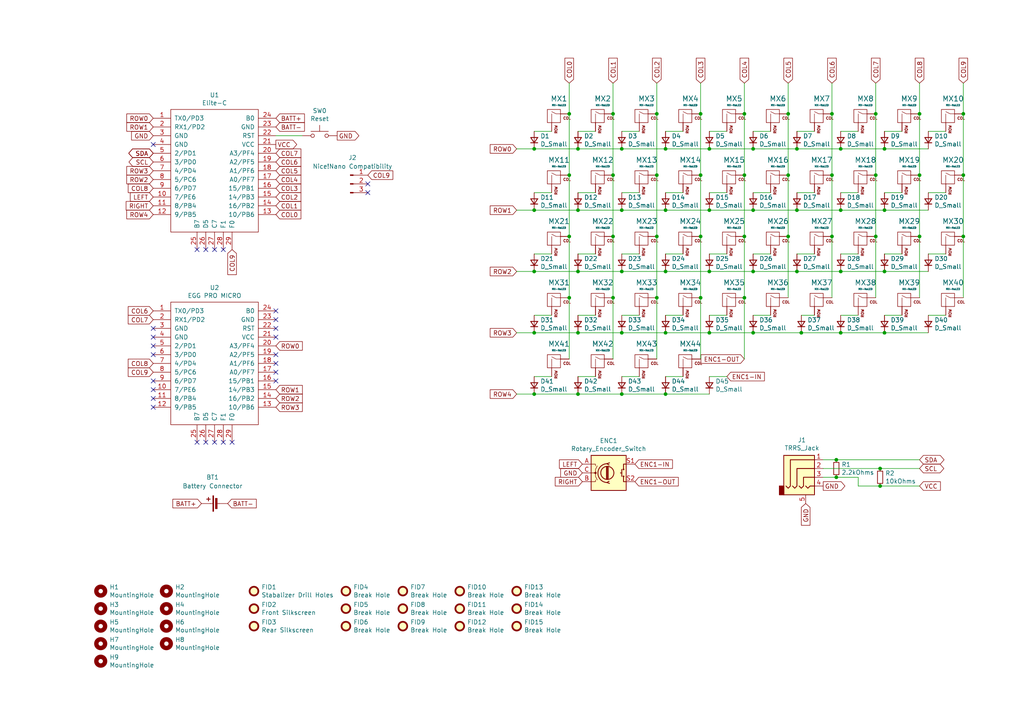
<source format=kicad_sch>
(kicad_sch (version 20230121) (generator eeschema)
  (paper "A4")
  (title_block (title "Wren Keyboard PCB (Half)") (date "2024-10-23") (rev "2.0"))
  (junction (at 215.9 68.58))
  (junction (at 256.54 43.18))
  (junction (at 193.04 60.96))
  (junction (at 256.54 60.96))
  (junction (at 205.74 78.74))
  (junction (at 205.74 60.96))
  (junction (at 167.64 96.52))
  (junction (at 279.4 33.02))
  (junction (at 167.64 114.3))
  (junction (at 193.04 78.74))
  (junction (at 243.84 60.96))
  (junction (at 154.94 43.18))
  (junction (at 232.41 96.52))
  (junction (at 254 33.02))
  (junction (at 203.2 68.58))
  (junction (at 266.7 50.8))
  (junction (at 228.6 33.02))
  (junction (at 190.5 33.02))
  (junction (at 254 50.8))
  (junction (at 203.2 50.8))
  (junction (at 180.34 78.74))
  (junction (at 218.44 43.18))
  (junction (at 154.94 114.3))
  (junction (at 165.1 86.36))
  (junction (at 279.4 68.58))
  (junction (at 154.94 60.96))
  (junction (at 266.7 33.02))
  (junction (at 190.5 50.8))
  (junction (at 203.2 86.36))
  (junction (at 205.74 96.52))
  (junction (at 205.74 43.18))
  (junction (at 218.44 96.52))
  (junction (at 231.14 78.74))
  (junction (at 228.6 68.58))
  (junction (at 255.27 140.97))
  (junction (at 154.94 78.74))
  (junction (at 190.5 86.36))
  (junction (at 218.44 60.96))
  (junction (at 193.04 114.3))
  (junction (at 167.64 78.74))
  (junction (at 242.57 138.43))
  (junction (at 165.1 33.02))
  (junction (at 241.3 33.02))
  (junction (at 254 68.58))
  (junction (at 231.14 43.18))
  (junction (at 203.2 33.02))
  (junction (at 266.7 68.58))
  (junction (at 177.8 33.02))
  (junction (at 167.64 60.96))
  (junction (at 256.54 96.52))
  (junction (at 193.04 43.18))
  (junction (at 154.94 96.52))
  (junction (at 243.84 43.18))
  (junction (at 241.3 50.8))
  (junction (at 256.54 78.74))
  (junction (at 193.04 96.52))
  (junction (at 279.4 50.8))
  (junction (at 177.8 68.58))
  (junction (at 215.9 86.36))
  (junction (at 180.34 43.18))
  (junction (at 177.8 50.8))
  (junction (at 180.34 114.3))
  (junction (at 241.3 68.58))
  (junction (at 215.9 33.02))
  (junction (at 177.8 86.36))
  (junction (at 231.14 60.96))
  (junction (at 180.34 96.52))
  (junction (at 228.6 50.8))
  (junction (at 215.9 50.8))
  (junction (at 165.1 50.8))
  (junction (at 167.64 43.18))
  (junction (at 190.5 68.58))
  (junction (at 218.44 78.74))
  (junction (at 180.34 60.96))
  (junction (at 242.57 133.35))
  (junction (at 255.27 135.89))
  (junction (at 243.84 78.74))
  (junction (at 165.1 68.58))
  (junction (at 243.84 96.52))
  (no_connect (at 59.69 72.39))
  (no_connect (at 62.23 128.27))
  (no_connect (at 80.01 110.49))
  (no_connect (at 57.15 72.39))
  (no_connect (at 59.69 128.27))
  (no_connect (at 64.77 72.39))
  (no_connect (at 80.01 92.71))
  (no_connect (at 106.68 55.88))
  (no_connect (at 80.01 90.17))
  (no_connect (at 44.45 113.03))
  (no_connect (at 80.01 107.95))
  (no_connect (at 106.68 53.34))
  (no_connect (at 44.45 110.49))
  (no_connect (at 44.45 118.11))
  (no_connect (at 80.01 105.41))
  (no_connect (at 80.01 102.87))
  (no_connect (at 44.45 115.57))
  (no_connect (at 80.01 95.25))
  (no_connect (at 80.01 97.79))
  (no_connect (at 64.77 128.27))
  (no_connect (at 67.31 128.27))
  (no_connect (at 44.45 102.87))
  (no_connect (at 44.45 100.33))
  (no_connect (at 44.45 95.25))
  (no_connect (at 44.45 97.79))
  (no_connect (at 44.45 41.91))
  (no_connect (at 57.15 128.27))
  (no_connect (at 62.23 72.39))
  (wire (pts (xy 177.8 68.58) (xy 177.8 86.36)))
  (wire (pts (xy 193.04 114.3) (xy 205.74 114.3)))
  (wire (pts (xy 167.64 73.66) (xy 172.72 73.66)))
  (wire (pts (xy 243.84 60.96) (xy 256.54 60.96)))
  (wire (pts (xy 177.8 50.8) (xy 177.8 68.58)))
  (wire (pts (xy 190.5 86.36) (xy 190.5 104.14)))
  (wire (pts (xy 256.54 96.52) (xy 269.24 96.52)))
  (wire (pts (xy 231.14 73.66) (xy 236.22 73.66)))
  (wire (pts (xy 215.9 86.36) (xy 215.9 68.58)))
  (wire (pts (xy 255.27 140.97) (xy 266.7 140.97)))
  (wire (pts (xy 215.9 68.58) (xy 215.9 50.8)))
  (wire (pts (xy 193.04 43.18) (xy 205.74 43.18)))
  (wire (pts (xy 180.34 73.66) (xy 185.42 73.66)))
  (wire (pts (xy 180.34 96.52) (xy 193.04 96.52)))
  (wire (pts (xy 167.64 55.88) (xy 172.72 55.88)))
  (wire (pts (xy 218.44 55.88) (xy 223.52 55.88)))
  (wire (pts (xy 215.9 86.36) (xy 215.9 104.14)))
  (wire (pts (xy 269.24 73.66) (xy 274.32 73.66)))
  (wire (pts (xy 177.8 86.36) (xy 177.8 104.14)))
  (wire (pts (xy 279.4 33.02) (xy 279.4 50.8)))
  (wire (pts (xy 205.74 73.66) (xy 210.82 73.66)))
  (wire (pts (xy 149.86 78.74) (xy 154.94 78.74)))
  (wire (pts (xy 180.34 43.18) (xy 193.04 43.18)))
  (wire (pts (xy 167.64 96.52) (xy 180.34 96.52)))
  (wire (pts (xy 203.2 104.14) (xy 203.2 86.36)))
  (wire (pts (xy 165.1 50.8) (xy 165.1 68.58)))
  (wire (pts (xy 228.6 24.13) (xy 228.6 33.02)))
  (wire (pts (xy 205.74 96.52) (xy 218.44 96.52)))
  (wire (pts (xy 205.74 38.1) (xy 210.82 38.1)))
  (wire (pts (xy 256.54 91.44) (xy 261.62 91.44)))
  (wire (pts (xy 248.92 138.43) (xy 248.92 140.97)))
  (wire (pts (xy 254 33.02) (xy 254 50.8)))
  (wire (pts (xy 248.92 140.97) (xy 255.27 140.97)))
  (wire (pts (xy 180.34 109.22) (xy 185.42 109.22)))
  (wire (pts (xy 243.84 96.52) (xy 256.54 96.52)))
  (wire (pts (xy 218.44 91.44) (xy 223.52 91.44)))
  (wire (pts (xy 215.9 50.8) (xy 215.9 33.02)))
  (wire (pts (xy 205.74 91.44) (xy 210.82 91.44)))
  (wire (pts (xy 180.34 38.1) (xy 185.42 38.1)))
  (wire (pts (xy 228.6 68.58) (xy 228.6 86.36)))
  (wire (pts (xy 256.54 73.66) (xy 261.62 73.66)))
  (wire (pts (xy 193.04 96.52) (xy 205.74 96.52)))
  (wire (pts (xy 231.14 43.18) (xy 243.84 43.18)))
  (wire (pts (xy 242.57 138.43) (xy 248.92 138.43)))
  (wire (pts (xy 149.86 96.52) (xy 154.94 96.52)))
  (wire (pts (xy 154.94 96.52) (xy 167.64 96.52)))
  (wire (pts (xy 193.04 109.22) (xy 198.12 109.22)))
  (wire (pts (xy 205.74 55.88) (xy 210.82 55.88)))
  (wire (pts (xy 154.94 73.66) (xy 160.02 73.66)))
  (wire (pts (xy 256.54 38.1) (xy 261.62 38.1)))
  (wire (pts (xy 254 24.13) (xy 254 33.02)))
  (wire (pts (xy 243.84 91.44) (xy 248.92 91.44)))
  (wire (pts (xy 243.84 55.88) (xy 248.92 55.88)))
  (wire (pts (xy 256.54 78.74) (xy 269.24 78.74)))
  (wire (pts (xy 177.8 24.13) (xy 177.8 33.02)))
  (wire (pts (xy 203.2 68.58) (xy 203.2 86.36)))
  (wire (pts (xy 149.86 43.18) (xy 154.94 43.18)))
  (wire (pts (xy 243.84 78.74) (xy 256.54 78.74)))
  (wire (pts (xy 167.64 43.18) (xy 180.34 43.18)))
  (wire (pts (xy 205.74 43.18) (xy 218.44 43.18)))
  (wire (pts (xy 193.04 78.74) (xy 205.74 78.74)))
  (wire (pts (xy 180.34 91.44) (xy 185.42 91.44)))
  (wire (pts (xy 167.64 78.74) (xy 180.34 78.74)))
  (wire (pts (xy 241.3 50.8) (xy 241.3 33.02)))
  (wire (pts (xy 266.7 68.58) (xy 266.7 86.36)))
  (wire (pts (xy 218.44 96.52) (xy 232.41 96.52)))
  (wire (pts (xy 243.84 73.66) (xy 248.92 73.66)))
  (wire (pts (xy 154.94 114.3) (xy 167.64 114.3)))
  (wire (pts (xy 242.57 133.35) (xy 266.7 133.35)))
  (wire (pts (xy 243.84 38.1) (xy 248.92 38.1)))
  (wire (pts (xy 254 50.8) (xy 254 68.58)))
  (wire (pts (xy 180.34 78.74) (xy 193.04 78.74)))
  (wire (pts (xy 190.5 68.58) (xy 190.5 50.8)))
  (wire (pts (xy 269.24 55.88) (xy 274.32 55.88)))
  (wire (pts (xy 228.6 33.02) (xy 228.6 50.8)))
  (wire (pts (xy 266.7 33.02) (xy 266.7 50.8)))
  (wire (pts (xy 190.5 86.36) (xy 190.5 68.58)))
  (wire (pts (xy 205.74 60.96) (xy 218.44 60.96)))
  (wire (pts (xy 269.24 91.44) (xy 274.32 91.44)))
  (wire (pts (xy 241.3 33.02) (xy 241.3 24.13)))
  (wire (pts (xy 241.3 68.58) (xy 241.3 50.8)))
  (wire (pts (xy 193.04 60.96) (xy 205.74 60.96)))
  (wire (pts (xy 154.94 91.44) (xy 160.02 91.44)))
  (wire (pts (xy 154.94 78.74) (xy 167.64 78.74)))
  (wire (pts (xy 203.2 24.13) (xy 203.2 33.02)))
  (wire (pts (xy 218.44 78.74) (xy 231.14 78.74)))
  (wire (pts (xy 218.44 38.1) (xy 223.52 38.1)))
  (wire (pts (xy 238.76 133.35) (xy 242.57 133.35)))
  (wire (pts (xy 279.4 68.58) (xy 279.4 86.36)))
  (wire (pts (xy 243.84 43.18) (xy 256.54 43.18)))
  (wire (pts (xy 149.86 114.3) (xy 154.94 114.3)))
  (wire (pts (xy 203.2 33.02) (xy 203.2 50.8)))
  (wire (pts (xy 266.7 24.13) (xy 266.7 33.02)))
  (wire (pts (xy 80.01 39.37) (xy 87.63 39.37)))
  (wire (pts (xy 154.94 109.22) (xy 160.02 109.22)))
  (wire (pts (xy 218.44 73.66) (xy 223.52 73.66)))
  (wire (pts (xy 154.94 43.18) (xy 167.64 43.18)))
  (wire (pts (xy 193.04 38.1) (xy 198.12 38.1)))
  (wire (pts (xy 231.14 55.88) (xy 236.22 55.88)))
  (wire (pts (xy 167.64 91.44) (xy 172.72 91.44)))
  (wire (pts (xy 238.76 138.43) (xy 242.57 138.43)))
  (wire (pts (xy 190.5 50.8) (xy 190.5 33.02)))
  (wire (pts (xy 232.41 96.52) (xy 243.84 96.52)))
  (wire (pts (xy 256.54 43.18) (xy 269.24 43.18)))
  (wire (pts (xy 203.2 50.8) (xy 203.2 68.58)))
  (wire (pts (xy 154.94 38.1) (xy 160.02 38.1)))
  (wire (pts (xy 149.86 60.96) (xy 154.94 60.96)))
  (wire (pts (xy 254 68.58) (xy 254 86.36)))
  (wire (pts (xy 238.76 135.89) (xy 255.27 135.89)))
  (wire (pts (xy 165.1 86.36) (xy 165.1 104.14)))
  (wire (pts (xy 193.04 55.88) (xy 198.12 55.88)))
  (wire (pts (xy 167.64 109.22) (xy 172.72 109.22)))
  (wire (pts (xy 180.34 114.3) (xy 193.04 114.3)))
  (wire (pts (xy 279.4 50.8) (xy 279.4 68.58)))
  (wire (pts (xy 193.04 73.66) (xy 198.12 73.66)))
  (wire (pts (xy 167.64 60.96) (xy 180.34 60.96)))
  (wire (pts (xy 180.34 60.96) (xy 193.04 60.96)))
  (wire (pts (xy 180.34 55.88) (xy 185.42 55.88)))
  (wire (pts (xy 255.27 135.89) (xy 266.7 135.89)))
  (wire (pts (xy 256.54 55.88) (xy 261.62 55.88)))
  (wire (pts (xy 232.41 91.44) (xy 236.22 91.44)))
  (wire (pts (xy 231.14 38.1) (xy 236.22 38.1)))
  (wire (pts (xy 165.1 24.13) (xy 165.1 33.02)))
  (wire (pts (xy 167.64 114.3) (xy 180.34 114.3)))
  (wire (pts (xy 279.4 24.13) (xy 279.4 33.02)))
  (wire (pts (xy 193.04 91.44) (xy 198.12 91.44)))
  (wire (pts (xy 215.9 33.02) (xy 215.9 24.13)))
  (wire (pts (xy 154.94 60.96) (xy 167.64 60.96)))
  (wire (pts (xy 231.14 60.96) (xy 243.84 60.96)))
  (wire (pts (xy 269.24 38.1) (xy 274.32 38.1)))
  (wire (pts (xy 177.8 33.02) (xy 177.8 50.8)))
  (wire (pts (xy 167.64 38.1) (xy 172.72 38.1)))
  (wire (pts (xy 190.5 33.02) (xy 190.5 24.13)))
  (wire (pts (xy 228.6 50.8) (xy 228.6 68.58)))
  (wire (pts (xy 218.44 60.96) (xy 231.14 60.96)))
  (wire (pts (xy 231.14 78.74) (xy 243.84 78.74)))
  (wire (pts (xy 165.1 33.02) (xy 165.1 50.8)))
  (wire (pts (xy 205.74 78.74) (xy 218.44 78.74)))
  (wire (pts (xy 205.74 109.22) (xy 210.82 109.22)))
  (wire (pts (xy 165.1 68.58) (xy 165.1 86.36)))
  (wire (pts (xy 218.44 43.18) (xy 231.14 43.18)))
  (wire (pts (xy 256.54 60.96) (xy 269.24 60.96)))
  (wire (pts (xy 266.7 50.8) (xy 266.7 68.58)))
  (wire (pts (xy 241.3 86.36) (xy 241.3 68.58)))
  (wire (pts (xy 154.94 55.88) (xy 160.02 55.88)))
  (global_label "COL4" (shape input) (at 80.01 52.07 0) (property "Intersheetrefs" "${INTERSHEET_REFS}" (effects hide)))
  (global_label "COL7" (shape input) (at 80.01 44.45 0) (property "Intersheetrefs" "${INTERSHEET_REFS}" (effects hide)))
  (global_label "RIGHT" (shape input) (at 168.91 139.7 180) (property "Intersheetrefs" "${INTERSHEET_REFS}" (effects hide)))
  (global_label "COL9" (shape input) (at 106.68 50.8 0) (property "Intersheetrefs" "${INTERSHEET_REFS}" (effects hide)))
  (global_label "COL0" (shape input) (at 80.01 62.23 0) (property "Intersheetrefs" "${INTERSHEET_REFS}" (effects hide)))
  (global_label "ROW4" (shape input) (at 149.86 114.3 180) (property "Intersheetrefs" "${INTERSHEET_REFS}" (effects hide)))
  (global_label "ROW1" (shape input) (at 80.01 113.03 0) (property "Intersheetrefs" "${INTERSHEET_REFS}" (effects hide)))
  (global_label "COL2" (shape input) (at 190.5 24.13 90) (property "Intersheetrefs" "${INTERSHEET_REFS}" (effects hide)))
  (global_label "RIGHT" (shape input) (at 44.45 59.69 180) (property "Intersheetrefs" "${INTERSHEET_REFS}" (effects hide)))
  (global_label "ROW2" (shape input) (at 44.45 52.07 180) (property "Intersheetrefs" "${INTERSHEET_REFS}" (effects hide)))
  (global_label "COL8" (shape input) (at 266.7 24.13 90) (property "Intersheetrefs" "${INTERSHEET_REFS}" (effects hide)))
  (global_label "ENC1-IN" (shape input) (at 210.82 109.22 0) (property "Intersheetrefs" "${INTERSHEET_REFS}" (effects hide)))
  (global_label "SDA" (shape bidirectional) (at 266.7 133.35 0) (property "Intersheetrefs" "${INTERSHEET_REFS}" (effects hide)))
  (global_label "COL1" (shape input) (at 177.8 24.13 90) (property "Intersheetrefs" "${INTERSHEET_REFS}" (effects hide)))
  (global_label "ENC1-OUT" (shape input) (at 184.15 139.7 0) (property "Intersheetrefs" "${INTERSHEET_REFS}" (effects hide)))
  (global_label "ROW1" (shape input) (at 149.86 60.96 180) (property "Intersheetrefs" "${INTERSHEET_REFS}" (effects hide)))
  (global_label "VCC" (shape input) (at 266.7 140.97 0) (property "Intersheetrefs" "${INTERSHEET_REFS}" (effects hide)))
  (global_label "COL4" (shape input) (at 215.9 24.13 90) (property "Intersheetrefs" "${INTERSHEET_REFS}" (effects hide)))
  (global_label "BATT-" (shape input) (at 80.01 36.83 0) (property "Intersheetrefs" "${INTERSHEET_REFS}" (effects hide)))
  (global_label "COL5" (shape input) (at 80.01 49.53 0) (property "Intersheetrefs" "${INTERSHEET_REFS}" (effects hide)))
  (global_label "GND" (shape output) (at 97.79 39.37 0) (property "Intersheetrefs" "${INTERSHEET_REFS}" (effects hide)))
  (global_label "COL1" (shape input) (at 80.01 59.69 0) (property "Intersheetrefs" "${INTERSHEET_REFS}" (effects hide)))
  (global_label "COL2" (shape input) (at 80.01 57.15 0) (property "Intersheetrefs" "${INTERSHEET_REFS}" (effects hide)))
  (global_label "ENC1-OUT" (shape input) (at 215.9 104.14 180) (property "Intersheetrefs" "${INTERSHEET_REFS}" (effects hide)))
  (global_label "SCL" (shape bidirectional) (at 266.7 135.89 0) (property "Intersheetrefs" "${INTERSHEET_REFS}" (effects hide)))
  (global_label "SDA" (shape bidirectional) (at 44.45 44.45 180) (property "Intersheetrefs" "${INTERSHEET_REFS}" (effects hide)))
  (global_label "ROW1" (shape input) (at 44.45 36.83 180) (property "Intersheetrefs" "${INTERSHEET_REFS}" (effects hide)))
  (global_label "GND" (shape input) (at 168.91 137.16 180) (property "Intersheetrefs" "${INTERSHEET_REFS}" (effects hide)))
  (global_label "ENC1-IN" (shape input) (at 184.15 134.62 0) (property "Intersheetrefs" "${INTERSHEET_REFS}" (effects hide)))
  (global_label "ROW2" (shape input) (at 149.86 78.74 180) (property "Intersheetrefs" "${INTERSHEET_REFS}" (effects hide)))
  (global_label "COL3" (shape input) (at 80.01 54.61 0) (property "Intersheetrefs" "${INTERSHEET_REFS}" (effects hide)))
  (global_label "ROW3" (shape input) (at 80.01 118.11 0) (property "Intersheetrefs" "${INTERSHEET_REFS}" (effects hide)))
  (global_label "SDA" (shape bidirectional) (at 44.45 44.45 180) (property "Intersheetrefs" "${INTERSHEET_REFS}" (effects hide)))
  (global_label "SCL" (shape bidirectional) (at 44.45 46.99 180) (property "Intersheetrefs" "${INTERSHEET_REFS}" (effects hide)))
  (global_label "ROW2" (shape input) (at 80.01 115.57 0) (property "Intersheetrefs" "${INTERSHEET_REFS}" (effects hide)))
  (global_label "COL6" (shape input) (at 80.01 46.99 0) (property "Intersheetrefs" "${INTERSHEET_REFS}" (effects hide)))
  (global_label "COL7" (shape input) (at 44.45 92.71 180) (property "Intersheetrefs" "${INTERSHEET_REFS}" (effects hide)))
  (global_label "BATT+" (shape input) (at 80.01 34.29 0) (property "Intersheetrefs" "${INTERSHEET_REFS}" (effects hide)))
  (global_label "COL5" (shape input) (at 228.6 24.13 90) (property "Intersheetrefs" "${INTERSHEET_REFS}" (effects hide)))
  (global_label "COL7" (shape input) (at 254 24.13 90) (property "Intersheetrefs" "${INTERSHEET_REFS}" (effects hide)))
  (global_label "COL3" (shape input) (at 203.2 24.13 90) (property "Intersheetrefs" "${INTERSHEET_REFS}" (effects hide)))
  (global_label "ROW0" (shape input) (at 80.01 100.33 0) (property "Intersheetrefs" "${INTERSHEET_REFS}" (effects hide)))
  (global_label "COL9" (shape input) (at 67.31 72.39 270) (property "Intersheetrefs" "${INTERSHEET_REFS}" (effects hide)))
  (global_label "ROW3" (shape input) (at 149.86 96.52 180) (property "Intersheetrefs" "${INTERSHEET_REFS}" (effects hide)))
  (global_label "COL6" (shape input) (at 44.45 90.17 180) (property "Intersheetrefs" "${INTERSHEET_REFS}" (effects hide)))
  (global_label "BATT+" (shape input) (at 58.42 146.05 180) (property "Intersheetrefs" "${INTERSHEET_REFS}" (effects hide)))
  (global_label "GND" (shape input) (at 44.45 39.37 180) (property "Intersheetrefs" "${INTERSHEET_REFS}" (effects hide)))
  (global_label "ROW0" (shape input) (at 44.45 34.29 180) (property "Intersheetrefs" "${INTERSHEET_REFS}" (effects hide)))
  (global_label "ROW4" (shape input) (at 44.45 62.23 180) (property "Intersheetrefs" "${INTERSHEET_REFS}" (effects hide)))
  (global_label "COL9" (shape input) (at 44.45 107.95 180) (property "Intersheetrefs" "${INTERSHEET_REFS}" (effects hide)))
  (global_label "LEFT" (shape input) (at 168.91 134.62 180) (property "Intersheetrefs" "${INTERSHEET_REFS}" (effects hide)))
  (global_label "COL0" (shape input) (at 165.1 24.13 90) (property "Intersheetrefs" "${INTERSHEET_REFS}" (effects hide)))
  (global_label "COL8" (shape input) (at 44.45 105.41 180) (property "Intersheetrefs" "${INTERSHEET_REFS}" (effects hide)))
  (global_label "GND" (shape output) (at 238.76 140.97 0) (property "Intersheetrefs" "${INTERSHEET_REFS}" (effects hide)))
  (global_label "COL8" (shape input) (at 44.45 54.61 180) (property "Intersheetrefs" "${INTERSHEET_REFS}" (effects hide)))
  (global_label "COL9" (shape input) (at 279.4 24.13 90) (property "Intersheetrefs" "${INTERSHEET_REFS}" (effects hide)))
  (global_label "ROW3" (shape input) (at 44.45 49.53 180) (property "Intersheetrefs" "${INTERSHEET_REFS}" (effects hide)))
  (global_label "GND" (shape input) (at 233.68 146.05 270) (property "Intersheetrefs" "${INTERSHEET_REFS}" (effects hide)))
  (global_label "VCC" (shape output) (at 80.01 41.91 0) (property "Intersheetrefs" "${INTERSHEET_REFS}" (effects hide)))
  (global_label "BATT-" (shape input) (at 66.04 146.05 0) (property "Intersheetrefs" "${INTERSHEET_REFS}" (effects hide)))
  (global_label "COL6" (shape input) (at 241.3 24.13 90) (property "Intersheetrefs" "${INTERSHEET_REFS}" (effects hide)))
  (global_label "LEFT" (shape input) (at 44.45 57.15 180) (property "Intersheetrefs" "${INTERSHEET_REFS}" (effects hide)))
  (global_label "ROW0" (shape input) (at 149.86 43.18 180) (property "Intersheetrefs" "${INTERSHEET_REFS}" (effects hide)))
  (symbol (lib_id "wren-universal-cache:wren-numpad-rescue_Elite-C-keebio-wren-left-rescue") (at 62.23 48.26 0) (unit 1)
    (property "Reference" "U1" (at 62.23 27.559 0))
    (property "Value" "Elite-C" (at 62.23 29.8704 0))
    (property "Footprint" "footprints:Elite-C" (effects hide))
  )
  (symbol (lib_id "MX_Alps_Hybrid:MX-NoLED") (at 161.29 87.63 0) (unit 1)
    (property "Reference" "MX31" (at 162.1282 81.9658 0) (effects (font (size 1.524 1.524))))
    (property "Value" "MX-NoLED" (at 162.1282 83.8454 0) (effects (font (size 0.508 0.508))))
    (property "Footprint" "footprints:SW_MX_reversible" (effects hide))
  )
  (symbol (lib_id "MX_Alps_Hybrid:MX-NoLED") (at 173.99 87.63 0) (unit 1)
    (property "Reference" "MX32" (at 174.8282 81.9658 0) (effects (font (size 1.524 1.524))))
    (property "Value" "MX-NoLED" (at 174.8282 83.8454 0) (effects (font (size 0.508 0.508))))
    (property "Footprint" "footprints:SW_MX_reversible" (effects hide))
  )
  (symbol (lib_id "MX_Alps_Hybrid:MX-NoLED") (at 186.69 87.63 0) (unit 1)
    (property "Reference" "MX33" (at 187.5282 81.9658 0) (effects (font (size 1.524 1.524))))
    (property "Value" "MX-NoLED" (at 187.5282 83.8454 0) (effects (font (size 0.508 0.508))))
    (property "Footprint" "footprints:SW_MX_reversible" (effects hide))
  )
  (symbol (lib_id "MX_Alps_Hybrid:MX-NoLED") (at 199.39 87.63 0) (unit 1)
    (property "Reference" "MX34" (at 200.2282 81.9658 0) (effects (font (size 1.524 1.524))))
    (property "Value" "MX-NoLED" (at 200.2282 83.8454 0) (effects (font (size 0.508 0.508))))
    (property "Footprint" "footprints:SW_MX_reversible" (effects hide))
  )
  (symbol (lib_id "MX_Alps_Hybrid:MX-NoLED") (at 212.09 87.63 0) (unit 1)
    (property "Reference" "MX35" (at 212.9282 81.9658 0) (effects (font (size 1.524 1.524))))
    (property "Value" "MX-NoLED" (at 212.9282 83.8454 0) (effects (font (size 0.508 0.508))))
    (property "Footprint" "footprints:SW_MX_reversible" (effects hide))
  )
  (symbol (lib_id "MX_Alps_Hybrid:MX-NoLED") (at 224.79 87.63 0) (unit 1)
    (property "Reference" "MX36" (at 225.6282 81.9658 0) (effects (font (size 1.524 1.524))))
    (property "Value" "MX-NoLED" (at 225.6282 83.8454 0) (effects (font (size 0.508 0.508))))
    (property "Footprint" "footprints:SW_MX_reversible" (effects hide))
  )
  (symbol (lib_id "MX_Alps_Hybrid:MX-NoLED") (at 237.49 87.63 0) (unit 1)
    (property "Reference" "MX37" (at 238.3282 81.9658 0) (effects (font (size 1.524 1.524))))
    (property "Value" "MX-NoLED" (at 238.3282 83.8454 0) (effects (font (size 0.508 0.508))))
    (property "Footprint" "footprints:SW_MX_reversible" (effects hide))
  )
  (symbol (lib_id "MX_Alps_Hybrid:MX-NoLED") (at 250.19 87.63 0) (unit 1)
    (property "Reference" "MX38" (at 251.0282 81.9658 0) (effects (font (size 1.524 1.524))))
    (property "Value" "MX-NoLED" (at 251.0282 83.8454 0) (effects (font (size 0.508 0.508))))
    (property "Footprint" "footprints:SW_MX_reversible" (effects hide))
  )
  (symbol (lib_id "MX_Alps_Hybrid:MX-NoLED") (at 262.89 87.63 0) (unit 1)
    (property "Reference" "MX39" (at 263.7282 81.9658 0) (effects (font (size 1.524 1.524))))
    (property "Value" "MX-NoLED" (at 263.7282 83.8454 0) (effects (font (size 0.508 0.508))))
    (property "Footprint" "footprints:SW_MX_reversible" (effects hide))
  )
  (symbol (lib_id "MX_Alps_Hybrid:MX-NoLED") (at 275.59 87.63 0) (unit 1)
    (property "Reference" "MX40" (at 276.4282 81.9658 0) (effects (font (size 1.524 1.524))))
    (property "Value" "MX-NoLED" (at 276.4282 83.8454 0) (effects (font (size 0.508 0.508))))
    (property "Footprint" "footprints:SW_MX_reversible" (effects hide))
  )
  (symbol (lib_id "wren-universal-cache:Connector_AudioJack4_Ground") (at 233.68 135.89 0) (unit 1)
    (property "Reference" "J1" (at 232.5878 127.635 0))
    (property "Value" "TRRS_Jack" (at 232.5878 129.9464 0))
    (property "Footprint" "footprints:TRRS_JACK_MJ4PP9" (effects hide))
  )
  (symbol (lib_id "Device:D_Small") (at 154.94 93.98 90) (unit 1)
    (property "Reference" "D31" (at 156.718 92.8116 90) (effects (justify right)))
    (property "Value" "D_Small" (at 156.718 95.123 90) (effects (justify right)))
    (property "Footprint" "footprints:D_SOD123_axial" (effects hide))
  )
  (symbol (lib_id "Device:D_Small") (at 167.64 93.98 90) (unit 1)
    (property "Reference" "D32" (at 169.418 92.8116 90) (effects (justify right)))
    (property "Value" "D_Small" (at 169.418 95.123 90) (effects (justify right)))
    (property "Footprint" "footprints:D_SOD123_axial" (effects hide))
  )
  (symbol (lib_id "Device:D_Small") (at 180.34 93.98 90) (unit 1)
    (property "Reference" "D33" (at 182.118 92.8116 90) (effects (justify right)))
    (property "Value" "D_Small" (at 182.118 95.123 90) (effects (justify right)))
    (property "Footprint" "footprints:D_SOD123_axial" (effects hide))
  )
  (symbol (lib_id "Device:D_Small") (at 193.04 93.98 90) (unit 1)
    (property "Reference" "D34" (at 194.818 92.8116 90) (effects (justify right)))
    (property "Value" "D_Small" (at 194.818 95.123 90) (effects (justify right)))
    (property "Footprint" "footprints:D_SOD123_axial" (effects hide))
  )
  (symbol (lib_id "Device:D_Small") (at 205.74 93.98 90) (unit 1)
    (property "Reference" "D35" (at 207.518 92.8116 90) (effects (justify right)))
    (property "Value" "D_Small" (at 207.518 95.123 90) (effects (justify right)))
    (property "Footprint" "footprints:D_SOD123_axial" (effects hide))
  )
  (symbol (lib_id "Device:D_Small") (at 218.44 93.98 90) (unit 1)
    (property "Reference" "D36" (at 220.218 92.8116 90) (effects (justify right)))
    (property "Value" "D_Small" (at 220.218 95.123 90) (effects (justify right)))
    (property "Footprint" "footprints:D_SOD123_axial" (effects hide))
  )
  (symbol (lib_id "Device:D_Small") (at 232.41 93.98 90) (unit 1)
    (property "Reference" "D37" (at 234.188 92.8116 90) (effects (justify right)))
    (property "Value" "D_Small" (at 234.188 95.123 90) (effects (justify right)))
    (property "Footprint" "footprints:D_SOD123_axial" (effects hide))
  )
  (symbol (lib_id "Device:D_Small") (at 243.84 93.98 90) (unit 1)
    (property "Reference" "D38" (at 245.618 92.8116 90) (effects (justify right)))
    (property "Value" "D_Small" (at 245.618 95.123 90) (effects (justify right)))
    (property "Footprint" "footprints:D_SOD123_axial" (effects hide))
  )
  (symbol (lib_id "Device:R_Small") (at 242.57 135.89 0) (unit 1)
    (property "Reference" "R1" (at 244.0686 134.7216 0) (effects (justify left)))
    (property "Value" "2.2kOhms" (at 244.0686 137.033 0) (effects (justify left)))
    (property "Footprint" "Resistor_THT:R_Axial_DIN0204_L3.6mm_D1.6mm_P5.08mm_Vertical" (effects hide))
  )
  (symbol (lib_id "Device:D_Small") (at 256.54 93.98 90) (unit 1)
    (property "Reference" "D39" (at 258.318 92.8116 90) (effects (justify right)))
    (property "Value" "D_Small" (at 258.318 95.123 90) (effects (justify right)))
    (property "Footprint" "footprints:D_SOD123_axial" (effects hide))
  )
  (symbol (lib_id "Device:D_Small") (at 269.24 93.98 90) (unit 1)
    (property "Reference" "D40" (at 271.018 92.8116 90) (effects (justify right)))
    (property "Value" "D_Small" (at 271.018 95.123 90) (effects (justify right)))
    (property "Footprint" "footprints:D_SOD123_axial" (effects hide))
  )
  (symbol (lib_id "MX_Alps_Hybrid:MX-NoLED") (at 161.29 105.41 0) (unit 1)
    (property "Reference" "MX41" (at 162.1282 99.7458 0) (effects (font (size 1.524 1.524))))
    (property "Value" "MX-NoLED" (at 162.1282 101.6254 0) (effects (font (size 0.508 0.508))))
    (property "Footprint" "footprints:SW_MX_reversible" (effects hide))
  )
  (symbol (lib_id "MX_Alps_Hybrid:MX-NoLED") (at 173.99 105.41 0) (unit 1)
    (property "Reference" "MX42" (at 174.8282 99.7458 0) (effects (font (size 1.524 1.524))))
    (property "Value" "MX-NoLED" (at 174.8282 101.6254 0) (effects (font (size 0.508 0.508))))
    (property "Footprint" "footprints:SW_MX_reversible" (effects hide))
  )
  (symbol (lib_id "MX_Alps_Hybrid:MX-NoLED") (at 186.69 105.41 0) (unit 1)
    (property "Reference" "MX43" (at 187.5282 99.7458 0) (effects (font (size 1.524 1.524))))
    (property "Value" "MX-NoLED" (at 187.5282 101.6254 0) (effects (font (size 0.508 0.508))))
    (property "Footprint" "footprints:SW_MX_reversible" (effects hide))
  )
  (symbol (lib_id "MX_Alps_Hybrid:MX-NoLED") (at 199.39 105.41 0) (unit 1)
    (property "Reference" "MX44" (at 200.2282 99.7458 0) (effects (font (size 1.524 1.524))))
    (property "Value" "MX-NoLED" (at 200.2282 101.6254 0) (effects (font (size 0.508 0.508))))
    (property "Footprint" "footprints:SW_MX_reversible" (effects hide))
  )
  (symbol (lib_id "Device:D_Small") (at 167.64 111.76 90) (unit 1)
    (property "Reference" "D42" (at 169.418 110.5916 90) (effects (justify right)))
    (property "Value" "D_Small" (at 169.418 112.903 90) (effects (justify right)))
    (property "Footprint" "footprints:D_SOD123_axial" (effects hide))
  )
  (symbol (lib_id "Device:D_Small") (at 180.34 111.76 90) (unit 1)
    (property "Reference" "D43" (at 182.118 110.5916 90) (effects (justify right)))
    (property "Value" "D_Small" (at 182.118 112.903 90) (effects (justify right)))
    (property "Footprint" "footprints:D_SOD123_axial" (effects hide))
  )
  (symbol (lib_id "Device:D_Small") (at 193.04 111.76 90) (unit 1)
    (property "Reference" "D44" (at 194.818 110.5916 90) (effects (justify right)))
    (property "Value" "D_Small" (at 194.818 112.903 90) (effects (justify right)))
    (property "Footprint" "footprints:D_SOD123_axial" (effects hide))
  )
  (symbol (lib_id "Device:D_Small") (at 205.74 111.76 90) (unit 1)
    (property "Reference" "D45" (at 207.518 110.5916 90) (effects (justify right)))
    (property "Value" "D_Small" (at 207.518 112.903 90) (effects (justify right)))
    (property "Footprint" "footprints:D_SOD123_axial" (effects hide))
  )
  (symbol (lib_id "Device:R_Small") (at 255.27 138.43 0) (unit 1)
    (property "Reference" "R2" (at 256.7686 137.2616 0) (effects (justify left)))
    (property "Value" "10kOhms" (at 256.7686 139.573 0) (effects (justify left)))
    (property "Footprint" "Resistor_THT:R_Axial_DIN0204_L3.6mm_D1.6mm_P5.08mm_Vertical" (effects hide))
  )
  (symbol (lib_id "Switch:SW_Push") (at 92.71 39.37 0) (unit 1)
    (property "Reference" "SW0" (at 92.71 32.131 0))
    (property "Value" "Reset" (at 92.71 34.4424 0))
    (property "Footprint" "Button_Switch_THT:SW_PUSH_6mm" (effects hide))
  )
  (symbol (lib_id "MX_Alps_Hybrid:MX-NoLED") (at 161.29 34.29 0) (unit 1)
    (property "Reference" "MX1" (at 162.1282 28.6258 0) (effects (font (size 1.524 1.524))))
    (property "Value" "MX-NoLED" (at 162.1282 30.5054 0) (effects (font (size 0.508 0.508))))
    (property "Footprint" "footprints:SW_MX_reversible" (effects hide))
  )
  (symbol (lib_id "Device:D_Small") (at 154.94 40.64 90) (unit 1)
    (property "Reference" "D1" (at 156.718 39.4716 90) (effects (justify right)))
    (property "Value" "D_Small" (at 156.718 41.783 90) (effects (justify right)))
    (property "Footprint" "footprints:D_SOD123_axial" (effects hide))
  )
  (symbol (lib_id "MX_Alps_Hybrid:MX-NoLED") (at 173.99 34.29 0) (unit 1)
    (property "Reference" "MX2" (at 174.8282 28.6258 0) (effects (font (size 1.524 1.524))))
    (property "Value" "MX-NoLED" (at 174.8282 30.5054 0) (effects (font (size 0.508 0.508))))
    (property "Footprint" "footprints:SW_MX_reversible" (effects hide))
  )
  (symbol (lib_id "Device:D_Small") (at 180.34 40.64 90) (unit 1)
    (property "Reference" "D3" (at 182.118 39.4716 90) (effects (justify right)))
    (property "Value" "D_Small" (at 182.118 41.783 90) (effects (justify right)))
    (property "Footprint" "footprints:D_SOD123_axial" (effects hide))
  )
  (symbol (lib_id "MX_Alps_Hybrid:MX-NoLED") (at 186.69 34.29 0) (unit 1)
    (property "Reference" "MX3" (at 187.5282 28.6258 0) (effects (font (size 1.524 1.524))))
    (property "Value" "MX-NoLED" (at 187.5282 30.5054 0) (effects (font (size 0.508 0.508))))
    (property "Footprint" "footprints:SW_MX_reversible" (effects hide))
  )
  (symbol (lib_id "Device:D_Small") (at 167.64 40.64 90) (unit 1)
    (property "Reference" "D2" (at 169.418 39.4716 90) (effects (justify right)))
    (property "Value" "D_Small" (at 169.418 41.783 90) (effects (justify right)))
    (property "Footprint" "footprints:D_SOD123_axial" (effects hide))
  )
  (symbol (lib_id "Device:D_Small") (at 193.04 40.64 90) (unit 1)
    (property "Reference" "D4" (at 194.818 39.4716 90) (effects (justify right)))
    (property "Value" "D_Small" (at 194.818 41.783 90) (effects (justify right)))
    (property "Footprint" "footprints:D_SOD123_axial" (effects hide))
  )
  (symbol (lib_id "Device:D_Small") (at 205.74 40.64 90) (unit 1)
    (property "Reference" "D5" (at 207.518 39.4716 90) (effects (justify right)))
    (property "Value" "D_Small" (at 207.518 41.783 90) (effects (justify right)))
    (property "Footprint" "footprints:D_SOD123_axial" (effects hide))
  )
  (symbol (lib_id "Device:D_Small") (at 218.44 40.64 90) (unit 1)
    (property "Reference" "D6" (at 220.218 39.4716 90) (effects (justify right)))
    (property "Value" "D_Small" (at 220.218 41.783 90) (effects (justify right)))
    (property "Footprint" "footprints:D_SOD123_axial" (effects hide))
  )
  (symbol (lib_id "Device:D_Small") (at 231.14 40.64 90) (unit 1)
    (property "Reference" "D7" (at 232.918 39.4716 90) (effects (justify right)))
    (property "Value" "D_Small" (at 232.918 41.783 90) (effects (justify right)))
    (property "Footprint" "footprints:D_SOD123_axial" (effects hide))
  )
  (symbol (lib_id "MX_Alps_Hybrid:MX-NoLED") (at 199.39 34.29 0) (unit 1)
    (property "Reference" "MX4" (at 200.2282 28.6258 0) (effects (font (size 1.524 1.524))))
    (property "Value" "MX-NoLED" (at 200.2282 30.5054 0) (effects (font (size 0.508 0.508))))
    (property "Footprint" "footprints:SW_MX_reversible" (effects hide))
  )
  (symbol (lib_id "MX_Alps_Hybrid:MX-NoLED") (at 212.09 34.29 0) (unit 1)
    (property "Reference" "MX5" (at 212.9282 28.6258 0) (effects (font (size 1.524 1.524))))
    (property "Value" "MX-NoLED" (at 212.9282 30.5054 0) (effects (font (size 0.508 0.508))))
    (property "Footprint" "footprints:SW_MX_reversible" (effects hide))
  )
  (symbol (lib_id "MX_Alps_Hybrid:MX-NoLED") (at 224.79 34.29 0) (unit 1)
    (property "Reference" "MX6" (at 225.6282 28.6258 0) (effects (font (size 1.524 1.524))))
    (property "Value" "MX-NoLED" (at 225.6282 30.5054 0) (effects (font (size 0.508 0.508))))
    (property "Footprint" "footprints:SW_MX_reversible" (effects hide))
  )
  (symbol (lib_id "MX_Alps_Hybrid:MX-NoLED") (at 237.49 34.29 0) (unit 1)
    (property "Reference" "MX7" (at 238.3282 28.6258 0) (effects (font (size 1.524 1.524))))
    (property "Value" "MX-NoLED" (at 238.3282 30.5054 0) (effects (font (size 0.508 0.508))))
    (property "Footprint" "footprints:SW_MX_reversible" (effects hide))
  )
  (symbol (lib_id "Device:D_Small") (at 243.84 40.64 90) (unit 1)
    (property "Reference" "D8" (at 245.618 39.4716 90) (effects (justify right)))
    (property "Value" "D_Small" (at 245.618 41.783 90) (effects (justify right)))
    (property "Footprint" "footprints:D_SOD123_axial" (effects hide))
  )
  (symbol (lib_id "Device:D_Small") (at 256.54 40.64 90) (unit 1)
    (property "Reference" "D9" (at 258.318 39.4716 90) (effects (justify right)))
    (property "Value" "D_Small" (at 258.318 41.783 90) (effects (justify right)))
    (property "Footprint" "footprints:D_SOD123_axial" (effects hide))
  )
  (symbol (lib_id "MX_Alps_Hybrid:MX-NoLED") (at 250.19 34.29 0) (unit 1)
    (property "Reference" "MX8" (at 251.0282 28.6258 0) (effects (font (size 1.524 1.524))))
    (property "Value" "MX-NoLED" (at 251.0282 30.5054 0) (effects (font (size 0.508 0.508))))
    (property "Footprint" "footprints:SW_MX_reversible" (effects hide))
  )
  (symbol (lib_id "MX_Alps_Hybrid:MX-NoLED") (at 262.89 34.29 0) (unit 1)
    (property "Reference" "MX9" (at 263.7282 28.6258 0) (effects (font (size 1.524 1.524))))
    (property "Value" "MX-NoLED" (at 263.7282 30.5054 0) (effects (font (size 0.508 0.508))))
    (property "Footprint" "footprints:SW_MX_reversible" (effects hide))
  )
  (symbol (lib_id "MX_Alps_Hybrid:MX-NoLED") (at 275.59 34.29 0) (unit 1)
    (property "Reference" "MX10" (at 276.4282 28.6258 0) (effects (font (size 1.524 1.524))))
    (property "Value" "MX-NoLED" (at 276.4282 30.5054 0) (effects (font (size 0.508 0.508))))
    (property "Footprint" "footprints:SW_MX_reversible" (effects hide))
  )
  (symbol (lib_id "Device:D_Small") (at 269.24 40.64 90) (unit 1)
    (property "Reference" "D10" (at 271.018 39.4716 90) (effects (justify right)))
    (property "Value" "D_Small" (at 271.018 41.783 90) (effects (justify right)))
    (property "Footprint" "footprints:D_SOD123_axial" (effects hide))
  )
  (symbol (lib_id "MX_Alps_Hybrid:MX-NoLED") (at 161.29 52.07 0) (unit 1)
    (property "Reference" "MX11" (at 162.1282 46.4058 0) (effects (font (size 1.524 1.524))))
    (property "Value" "MX-NoLED" (at 162.1282 48.2854 0) (effects (font (size 0.508 0.508))))
    (property "Footprint" "footprints:SW_MX_reversible" (effects hide))
  )
  (symbol (lib_id "MX_Alps_Hybrid:MX-NoLED") (at 173.99 52.07 0) (unit 1)
    (property "Reference" "MX12" (at 174.8282 46.4058 0) (effects (font (size 1.524 1.524))))
    (property "Value" "MX-NoLED" (at 174.8282 48.2854 0) (effects (font (size 0.508 0.508))))
    (property "Footprint" "footprints:SW_MX_reversible" (effects hide))
  )
  (symbol (lib_id "MX_Alps_Hybrid:MX-NoLED") (at 186.69 52.07 0) (unit 1)
    (property "Reference" "MX13" (at 187.5282 46.4058 0) (effects (font (size 1.524 1.524))))
    (property "Value" "MX-NoLED" (at 187.5282 48.2854 0) (effects (font (size 0.508 0.508))))
    (property "Footprint" "footprints:SW_MX_reversible" (effects hide))
  )
  (symbol (lib_id "MX_Alps_Hybrid:MX-NoLED") (at 199.39 52.07 0) (unit 1)
    (property "Reference" "MX14" (at 200.2282 46.4058 0) (effects (font (size 1.524 1.524))))
    (property "Value" "MX-NoLED" (at 200.2282 48.2854 0) (effects (font (size 0.508 0.508))))
    (property "Footprint" "footprints:SW_MX_reversible" (effects hide))
  )
  (symbol (lib_id "MX_Alps_Hybrid:MX-NoLED") (at 212.09 52.07 0) (unit 1)
    (property "Reference" "MX15" (at 212.9282 46.4058 0) (effects (font (size 1.524 1.524))))
    (property "Value" "MX-NoLED" (at 212.9282 48.2854 0) (effects (font (size 0.508 0.508))))
    (property "Footprint" "footprints:SW_MX_reversible" (effects hide))
  )
  (symbol (lib_id "wren-universal-cache:Device_Rotary_Encoder_Switch") (at 176.53 137.16 0) (unit 1)
    (property "Reference" "ENC1" (at 176.53 127.8382 0))
    (property "Value" "Rotary_Encoder_Switch" (at 176.53 130.1496 0))
    (property "Footprint" "Rotary_Encoder:RotaryEncoder_Alps_EC11E-Switch_Vertical_H20mm" (effects hide))
  )
  (symbol (lib_id "MX_Alps_Hybrid:MX-NoLED") (at 224.79 52.07 0) (unit 1)
    (property "Reference" "MX16" (at 225.6282 46.4058 0) (effects (font (size 1.524 1.524))))
    (property "Value" "MX-NoLED" (at 225.6282 48.2854 0) (effects (font (size 0.508 0.508))))
    (property "Footprint" "footprints:SW_MX_reversible" (effects hide))
  )
  (symbol (lib_id "MX_Alps_Hybrid:MX-NoLED") (at 237.49 52.07 0) (unit 1)
    (property "Reference" "MX17" (at 238.3282 46.4058 0) (effects (font (size 1.524 1.524))))
    (property "Value" "MX-NoLED" (at 238.3282 48.2854 0) (effects (font (size 0.508 0.508))))
    (property "Footprint" "footprints:SW_MX_reversible" (effects hide))
  )
  (symbol (lib_id "MX_Alps_Hybrid:MX-NoLED") (at 250.19 52.07 0) (unit 1)
    (property "Reference" "MX18" (at 251.0282 46.4058 0) (effects (font (size 1.524 1.524))))
    (property "Value" "MX-NoLED" (at 251.0282 48.2854 0) (effects (font (size 0.508 0.508))))
    (property "Footprint" "footprints:SW_MX_reversible" (effects hide))
  )
  (symbol (lib_id "MX_Alps_Hybrid:MX-NoLED") (at 262.89 52.07 0) (unit 1)
    (property "Reference" "MX19" (at 263.7282 46.4058 0) (effects (font (size 1.524 1.524))))
    (property "Value" "MX-NoLED" (at 263.7282 48.2854 0) (effects (font (size 0.508 0.508))))
    (property "Footprint" "footprints:SW_MX_reversible" (effects hide))
  )
  (symbol (lib_id "MX_Alps_Hybrid:MX-NoLED") (at 275.59 52.07 0) (unit 1)
    (property "Reference" "MX20" (at 276.4282 46.4058 0) (effects (font (size 1.524 1.524))))
    (property "Value" "MX-NoLED" (at 276.4282 48.2854 0) (effects (font (size 0.508 0.508))))
    (property "Footprint" "footprints:SW_MX_reversible" (effects hide))
  )
  (symbol (lib_id "Device:D_Small") (at 154.94 58.42 90) (unit 1)
    (property "Reference" "D11" (at 156.718 57.2516 90) (effects (justify right)))
    (property "Value" "D_Small" (at 156.718 59.563 90) (effects (justify right)))
    (property "Footprint" "footprints:D_SOD123_axial" (effects hide))
  )
  (symbol (lib_id "Device:D_Small") (at 167.64 58.42 90) (unit 1)
    (property "Reference" "D12" (at 169.418 57.2516 90) (effects (justify right)))
    (property "Value" "D_Small" (at 169.418 59.563 90) (effects (justify right)))
    (property "Footprint" "footprints:D_SOD123_axial" (effects hide))
  )
  (symbol (lib_id "Device:D_Small") (at 180.34 58.42 90) (unit 1)
    (property "Reference" "D13" (at 182.118 57.2516 90) (effects (justify right)))
    (property "Value" "D_Small" (at 182.118 59.563 90) (effects (justify right)))
    (property "Footprint" "footprints:D_SOD123_axial" (effects hide))
  )
  (symbol (lib_id "Device:D_Small") (at 193.04 58.42 90) (unit 1)
    (property "Reference" "D14" (at 194.818 57.2516 90) (effects (justify right)))
    (property "Value" "D_Small" (at 194.818 59.563 90) (effects (justify right)))
    (property "Footprint" "footprints:D_SOD123_axial" (effects hide))
  )
  (symbol (lib_id "Device:D_Small") (at 205.74 58.42 90) (unit 1)
    (property "Reference" "D15" (at 207.518 57.2516 90) (effects (justify right)))
    (property "Value" "D_Small" (at 207.518 59.563 90) (effects (justify right)))
    (property "Footprint" "footprints:D_SOD123_axial" (effects hide))
  )
  (symbol (lib_id "Device:D_Small") (at 218.44 58.42 90) (unit 1)
    (property "Reference" "D16" (at 220.218 57.2516 90) (effects (justify right)))
    (property "Value" "D_Small" (at 220.218 59.563 90) (effects (justify right)))
    (property "Footprint" "footprints:D_SOD123_axial" (effects hide))
  )
  (symbol (lib_id "Device:D_Small") (at 231.14 58.42 90) (unit 1)
    (property "Reference" "D17" (at 232.918 57.2516 90) (effects (justify right)))
    (property "Value" "D_Small" (at 232.918 59.563 90) (effects (justify right)))
    (property "Footprint" "footprints:D_SOD123_axial" (effects hide))
  )
  (symbol (lib_id "Device:D_Small") (at 243.84 58.42 90) (unit 1)
    (property "Reference" "D18" (at 245.618 57.2516 90) (effects (justify right)))
    (property "Value" "D_Small" (at 245.618 59.563 90) (effects (justify right)))
    (property "Footprint" "footprints:D_SOD123_axial" (effects hide))
  )
  (symbol (lib_id "Device:D_Small") (at 256.54 58.42 90) (unit 1)
    (property "Reference" "D19" (at 258.318 57.2516 90) (effects (justify right)))
    (property "Value" "D_Small" (at 258.318 59.563 90) (effects (justify right)))
    (property "Footprint" "footprints:D_SOD123_axial" (effects hide))
  )
  (symbol (lib_id "Device:D_Small") (at 269.24 58.42 90) (unit 1)
    (property "Reference" "D20" (at 271.018 57.2516 90) (effects (justify right)))
    (property "Value" "D_Small" (at 271.018 59.563 90) (effects (justify right)))
    (property "Footprint" "footprints:D_SOD123_axial" (effects hide))
  )
  (symbol (lib_id "MX_Alps_Hybrid:MX-NoLED") (at 161.29 69.85 0) (unit 1)
    (property "Reference" "MX21" (at 162.1282 64.1858 0) (effects (font (size 1.524 1.524))))
    (property "Value" "MX-NoLED" (at 162.1282 66.0654 0) (effects (font (size 0.508 0.508))))
    (property "Footprint" "footprints:SW_MX_reversible" (effects hide))
  )
  (symbol (lib_id "MX_Alps_Hybrid:MX-NoLED") (at 173.99 69.85 0) (unit 1)
    (property "Reference" "MX22" (at 174.8282 64.1858 0) (effects (font (size 1.524 1.524))))
    (property "Value" "MX-NoLED" (at 174.8282 66.0654 0) (effects (font (size 0.508 0.508))))
    (property "Footprint" "footprints:SW_MX_reversible" (effects hide))
  )
  (symbol (lib_id "MX_Alps_Hybrid:MX-NoLED") (at 186.69 69.85 0) (unit 1)
    (property "Reference" "MX23" (at 187.5282 64.1858 0) (effects (font (size 1.524 1.524))))
    (property "Value" "MX-NoLED" (at 187.5282 66.0654 0) (effects (font (size 0.508 0.508))))
    (property "Footprint" "footprints:SW_MX_reversible" (effects hide))
  )
  (symbol (lib_id "MX_Alps_Hybrid:MX-NoLED") (at 199.39 69.85 0) (unit 1)
    (property "Reference" "MX24" (at 200.2282 64.1858 0) (effects (font (size 1.524 1.524))))
    (property "Value" "MX-NoLED" (at 200.2282 66.0654 0) (effects (font (size 0.508 0.508))))
    (property "Footprint" "footprints:SW_MX_reversible" (effects hide))
  )
  (symbol (lib_id "MX_Alps_Hybrid:MX-NoLED") (at 212.09 69.85 0) (unit 1)
    (property "Reference" "MX25" (at 212.9282 64.1858 0) (effects (font (size 1.524 1.524))))
    (property "Value" "MX-NoLED" (at 212.9282 66.0654 0) (effects (font (size 0.508 0.508))))
    (property "Footprint" "footprints:SW_MX_reversible" (effects hide))
  )
  (symbol (lib_id "MX_Alps_Hybrid:MX-NoLED") (at 224.79 69.85 0) (unit 1)
    (property "Reference" "MX26" (at 225.6282 64.1858 0) (effects (font (size 1.524 1.524))))
    (property "Value" "MX-NoLED" (at 225.6282 66.0654 0) (effects (font (size 0.508 0.508))))
    (property "Footprint" "footprints:SW_MX_reversible" (effects hide))
  )
  (symbol (lib_id "MX_Alps_Hybrid:MX-NoLED") (at 237.49 69.85 0) (unit 1)
    (property "Reference" "MX27" (at 238.3282 64.1858 0) (effects (font (size 1.524 1.524))))
    (property "Value" "MX-NoLED" (at 238.3282 66.0654 0) (effects (font (size 0.508 0.508))))
    (property "Footprint" "footprints:SW_MX_reversible" (effects hide))
  )
  (symbol (lib_id "MX_Alps_Hybrid:MX-NoLED") (at 250.19 69.85 0) (unit 1)
    (property "Reference" "MX28" (at 251.0282 64.1858 0) (effects (font (size 1.524 1.524))))
    (property "Value" "MX-NoLED" (at 251.0282 66.0654 0) (effects (font (size 0.508 0.508))))
    (property "Footprint" "footprints:SW_MX_reversible" (effects hide))
  )
  (symbol (lib_id "MX_Alps_Hybrid:MX-NoLED") (at 262.89 69.85 0) (unit 1)
    (property "Reference" "MX29" (at 263.7282 64.1858 0) (effects (font (size 1.524 1.524))))
    (property "Value" "MX-NoLED" (at 263.7282 66.0654 0) (effects (font (size 0.508 0.508))))
    (property "Footprint" "footprints:SW_MX_reversible" (effects hide))
  )
  (symbol (lib_id "MX_Alps_Hybrid:MX-NoLED") (at 275.59 69.85 0) (unit 1)
    (property "Reference" "MX30" (at 276.4282 64.1858 0) (effects (font (size 1.524 1.524))))
    (property "Value" "MX-NoLED" (at 276.4282 66.0654 0) (effects (font (size 0.508 0.508))))
    (property "Footprint" "footprints:SW_MX_reversible" (effects hide))
  )
  (symbol (lib_id "Device:D_Small") (at 154.94 76.2 90) (unit 1)
    (property "Reference" "D21" (at 156.718 75.0316 90) (effects (justify right)))
    (property "Value" "D_Small" (at 156.718 77.343 90) (effects (justify right)))
    (property "Footprint" "footprints:D_SOD123_axial" (effects hide))
  )
  (symbol (lib_id "Device:D_Small") (at 167.64 76.2 90) (unit 1)
    (property "Reference" "D22" (at 169.418 75.0316 90) (effects (justify right)))
    (property "Value" "D_Small" (at 169.418 77.343 90) (effects (justify right)))
    (property "Footprint" "footprints:D_SOD123_axial" (effects hide))
  )
  (symbol (lib_id "Device:D_Small") (at 180.34 76.2 90) (unit 1)
    (property "Reference" "D23" (at 182.118 75.0316 90) (effects (justify right)))
    (property "Value" "D_Small" (at 182.118 77.343 90) (effects (justify right)))
    (property "Footprint" "footprints:D_SOD123_axial" (effects hide))
  )
  (symbol (lib_id "Device:D_Small") (at 193.04 76.2 90) (unit 1)
    (property "Reference" "D24" (at 194.818 75.0316 90) (effects (justify right)))
    (property "Value" "D_Small" (at 194.818 77.343 90) (effects (justify right)))
    (property "Footprint" "footprints:D_SOD123_axial" (effects hide))
  )
  (symbol (lib_id "Device:D_Small") (at 205.74 76.2 90) (unit 1)
    (property "Reference" "D25" (at 207.518 75.0316 90) (effects (justify right)))
    (property "Value" "D_Small" (at 207.518 77.343 90) (effects (justify right)))
    (property "Footprint" "footprints:D_SOD123_axial" (effects hide))
  )
  (symbol (lib_id "Device:D_Small") (at 218.44 76.2 90) (unit 1)
    (property "Reference" "D26" (at 220.218 75.0316 90) (effects (justify right)))
    (property "Value" "D_Small" (at 220.218 77.343 90) (effects (justify right)))
    (property "Footprint" "footprints:D_SOD123_axial" (effects hide))
  )
  (symbol (lib_id "Device:D_Small") (at 231.14 76.2 90) (unit 1)
    (property "Reference" "D27" (at 232.918 75.0316 90) (effects (justify right)))
    (property "Value" "D_Small" (at 232.918 77.343 90) (effects (justify right)))
    (property "Footprint" "footprints:D_SOD123_axial" (effects hide))
  )
  (symbol (lib_id "Device:D_Small") (at 243.84 76.2 90) (unit 1)
    (property "Reference" "D28" (at 245.618 75.0316 90) (effects (justify right)))
    (property "Value" "D_Small" (at 245.618 77.343 90) (effects (justify right)))
    (property "Footprint" "footprints:D_SOD123_axial" (effects hide))
  )
  (symbol (lib_id "Device:D_Small") (at 256.54 76.2 90) (unit 1)
    (property "Reference" "D29" (at 258.318 75.0316 90) (effects (justify right)))
    (property "Value" "D_Small" (at 258.318 77.343 90) (effects (justify right)))
    (property "Footprint" "footprints:D_SOD123_axial" (effects hide))
  )
  (symbol (lib_id "Device:D_Small") (at 269.24 76.2 90) (unit 1)
    (property "Reference" "D30" (at 271.018 75.0316 90) (effects (justify right)))
    (property "Value" "D_Small" (at 271.018 77.343 90) (effects (justify right)))
    (property "Footprint" "footprints:D_SOD123_axial" (effects hide))
  )
  (symbol (lib_id "Mechanical:MountingHole") (at 29.21 176.53 0) (unit 1)
    (property "Reference" "H3" (at 31.75 175.3616 0) (effects (justify left)))
    (property "Value" "MountingHole" (at 31.75 177.673 0) (effects (justify left)))
    (property "Footprint" "MountingHole:MountingHole_5.5mm" (effects hide))
  )
  (symbol (lib_id "Mechanical:MountingHole") (at 29.21 181.61 0) (unit 1)
    (property "Reference" "H5" (at 31.75 180.4416 0) (effects (justify left)))
    (property "Value" "MountingHole" (at 31.75 182.753 0) (effects (justify left)))
    (property "Footprint" "MountingHole:MountingHole_5.5mm" (effects hide))
  )
  (symbol (lib_id "Mechanical:MountingHole") (at 29.21 186.69 0) (unit 1)
    (property "Reference" "H7" (at 31.75 185.5216 0) (effects (justify left)))
    (property "Value" "MountingHole" (at 31.75 187.833 0) (effects (justify left)))
    (property "Footprint" "MountingHole:MountingHole_5.5mm" (effects hide))
  )
  (symbol (lib_id "Mechanical:MountingHole") (at 29.21 171.45 0) (unit 1)
    (property "Reference" "H1" (at 31.75 170.2816 0) (effects (justify left)))
    (property "Value" "MountingHole" (at 31.75 172.593 0) (effects (justify left)))
    (property "Footprint" "MountingHole:MountingHole_5.5mm" (effects hide))
  )
  (symbol (lib_id "Mechanical:MountingHole") (at 48.26 171.45 0) (unit 1)
    (property "Reference" "H2" (at 50.8 170.2816 0) (effects (justify left)))
    (property "Value" "MountingHole" (at 50.8 172.593 0) (effects (justify left)))
    (property "Footprint" "MountingHole:MountingHole_5.5mm" (effects hide))
  )
  (symbol (lib_id "Mechanical:MountingHole") (at 48.26 176.53 0) (unit 1)
    (property "Reference" "H4" (at 50.8 175.3616 0) (effects (justify left)))
    (property "Value" "MountingHole" (at 50.8 177.673 0) (effects (justify left)))
    (property "Footprint" "MountingHole:MountingHole_5.5mm" (effects hide))
  )
  (symbol (lib_id "Mechanical:MountingHole") (at 48.26 181.61 0) (unit 1)
    (property "Reference" "H6" (at 50.8 180.4416 0) (effects (justify left)))
    (property "Value" "MountingHole" (at 50.8 182.753 0) (effects (justify left)))
    (property "Footprint" "MountingHole:MountingHole_5.5mm" (effects hide))
  )
  (symbol (lib_id "Device:D_Small") (at 154.94 111.76 90) (unit 1)
    (property "Reference" "D41" (at 156.718 110.5916 90) (effects (justify right)))
    (property "Value" "D_Small" (at 156.718 112.903 90) (effects (justify right)))
    (property "Footprint" "footprints:D_SOD123_axial" (effects hide))
  )
  (symbol (lib_id "Mechanical:Fiducial") (at 73.66 171.45 0) (unit 1)
    (property "Reference" "FID1" (at 75.819 170.2816 0) (effects (justify left)))
    (property "Value" "Stabalizer Drill Holes" (at 75.819 172.593 0) (effects (justify left)))
    (property "Footprint" "footprints:Stabilizer_MX_2u" (effects hide))
  )
  (symbol (lib_id "Mechanical:Fiducial") (at 73.66 176.53 0) (unit 1)
    (property "Reference" "FID2" (at 75.819 175.3616 0) (effects (justify left)))
    (property "Value" "Front Silkscreen" (at 75.819 177.673 0) (effects (justify left)))
    (property "Footprint" "footprints:wren_logo" (effects hide))
  )
  (symbol (lib_id "Mechanical:Fiducial") (at 73.66 181.61 0) (unit 1)
    (property "Reference" "FID3" (at 75.819 180.4416 0) (effects (justify left)))
    (property "Value" "Rear Silkscreen" (at 75.819 182.753 0) (effects (justify left)))
    (property "Footprint" "footprints:wren_logo" (effects hide))
  )
  (symbol (lib_id "Mechanical:Fiducial") (at 100.33 171.45 0) (unit 1)
    (property "Reference" "FID4" (at 102.489 170.2816 0) (effects (justify left)))
    (property "Value" "Break Hole" (at 102.489 172.593 0) (effects (justify left)))
    (property "Footprint" "MountingHole:MountingHole_2.1mm" (effects hide))
  )
  (symbol (lib_id "Mechanical:Fiducial") (at 100.33 176.53 0) (unit 1)
    (property "Reference" "FID5" (at 102.489 175.3616 0) (effects (justify left)))
    (property "Value" "Break Hole" (at 102.489 177.673 0) (effects (justify left)))
    (property "Footprint" "MountingHole:MountingHole_2.1mm" (effects hide))
  )
  (symbol (lib_id "Mechanical:Fiducial") (at 100.33 181.61 0) (unit 1)
    (property "Reference" "FID6" (at 102.489 180.4416 0) (effects (justify left)))
    (property "Value" "Break Hole" (at 102.489 182.753 0) (effects (justify left)))
    (property "Footprint" "MountingHole:MountingHole_2.1mm" (effects hide))
  )
  (symbol (lib_id "Mechanical:Fiducial") (at 116.84 171.45 0) (unit 1)
    (property "Reference" "FID7" (at 118.999 170.2816 0) (effects (justify left)))
    (property "Value" "Break Hole" (at 118.999 172.593 0) (effects (justify left)))
    (property "Footprint" "MountingHole:MountingHole_2.1mm" (effects hide))
  )
  (symbol (lib_id "Mechanical:Fiducial") (at 116.84 176.53 0) (unit 1)
    (property "Reference" "FID8" (at 118.999 175.3616 0) (effects (justify left)))
    (property "Value" "Break Hole" (at 118.999 177.673 0) (effects (justify left)))
    (property "Footprint" "MountingHole:MountingHole_2.1mm" (effects hide))
  )
  (symbol (lib_id "Mechanical:Fiducial") (at 116.84 181.61 0) (unit 1)
    (property "Reference" "FID9" (at 118.999 180.4416 0) (effects (justify left)))
    (property "Value" "Break Hole" (at 118.999 182.753 0) (effects (justify left)))
    (property "Footprint" "MountingHole:MountingHole_2.1mm" (effects hide))
  )
  (symbol (lib_id "Mechanical:Fiducial") (at 133.35 171.45 0) (unit 1)
    (property "Reference" "FID10" (at 135.509 170.2816 0) (effects (justify left)))
    (property "Value" "Break Hole" (at 135.509 172.593 0) (effects (justify left)))
    (property "Footprint" "MountingHole:MountingHole_2.1mm" (effects hide))
  )
  (symbol (lib_id "Mechanical:Fiducial") (at 133.35 176.53 0) (unit 1)
    (property "Reference" "FID11" (at 135.509 175.3616 0) (effects (justify left)))
    (property "Value" "Break Hole" (at 135.509 177.673 0) (effects (justify left)))
    (property "Footprint" "MountingHole:MountingHole_2.1mm" (effects hide))
  )
  (symbol (lib_id "Mechanical:Fiducial") (at 133.35 181.61 0) (unit 1)
    (property "Reference" "FID12" (at 135.509 180.4416 0) (effects (justify left)))
    (property "Value" "Break Hole" (at 135.509 182.753 0) (effects (justify left)))
    (property "Footprint" "MountingHole:MountingHole_2.1mm" (effects hide))
  )
  (symbol (lib_id "Mechanical:Fiducial") (at 149.86 171.45 0) (unit 1)
    (property "Reference" "FID13" (at 152.019 170.2816 0) (effects (justify left)))
    (property "Value" "Break Hole" (at 152.019 172.593 0) (effects (justify left)))
    (property "Footprint" "MountingHole:MountingHole_2.1mm" (effects hide))
  )
  (symbol (lib_id "Mechanical:Fiducial") (at 149.86 176.53 0) (unit 1)
    (property "Reference" "FID14" (at 152.019 175.3616 0) (effects (justify left)))
    (property "Value" "Break Hole" (at 152.019 177.673 0) (effects (justify left)))
    (property "Footprint" "MountingHole:MountingHole_2.1mm" (effects hide))
  )
  (symbol (lib_id "Mechanical:Fiducial") (at 149.86 181.61 0) (unit 1)
    (property "Reference" "FID15" (at 152.019 180.4416 0) (effects (justify left)))
    (property "Value" "Break Hole" (at 152.019 182.753 0) (effects (justify left)))
    (property "Footprint" "MountingHole:MountingHole_2.1mm" (effects hide))
  )
  (symbol (lib_id "Mechanical:MountingHole") (at 48.26 186.69 0) (unit 1)
    (property "Reference" "H8" (at 50.8 185.5216 0) (effects (justify left)))
    (property "Value" "MountingHole" (at 50.8 187.833 0) (effects (justify left)))
    (property "Footprint" "MountingHole:MountingHole_5.5mm" (effects hide))
  )
  (symbol (lib_id "Mechanical:MountingHole") (at 29.21 191.77 0) (unit 1)
    (property "Reference" "H9" (at 31.75 190.6016 0) (effects (justify left)))
    (property "Value" "MountingHole" (at 31.75 192.913 0) (effects (justify left)))
    (property "Footprint" "MountingHole:MountingHole_5.5mm" (effects hide))
  )
  (symbol (lib_id "wren-universal-cache:wren-numpad-rescue_Elite-C-keebio-wren-left-rescue") (at 62.23 104.14 0) (unit 1)
    (property "Reference" "U2" (at 62.23 83.439 0))
    (property "Value" "EGG PRO MICRO" (at 62.23 85.7504 0))
    (property "Footprint" "footprints:ARDUINO_PRO_MICRO" (effects hide))
  )
  (symbol (lib_id "Connector:Conn_01x03_Pin") (at 101.6 53.34 0) (unit 1)
    (property "Reference" "J2" (at 102.235 45.72 0))
    (property "Value" "Nice!Nano Compatibility" (at 102.235 48.26 0))
    (property "Footprint" "Connector_PinHeader_2.54mm:PinHeader_1x03_P2.54mm_Vertical" (effects hide))
  )
  (symbol (lib_id "Device:Battery_Cell") (at 63.5 146.05 90) (unit 1)
    (property "Reference" "BT1" (at 61.6585 138.43 90))
    (property "Value" "Battery Connector" (at 61.6585 140.97 90))
    (property "Footprint" "Connector_PinHeader_2.00mm:PinHeader_1x02_P2.00mm_Vertical" (effects hide))
  )
)
</source>
